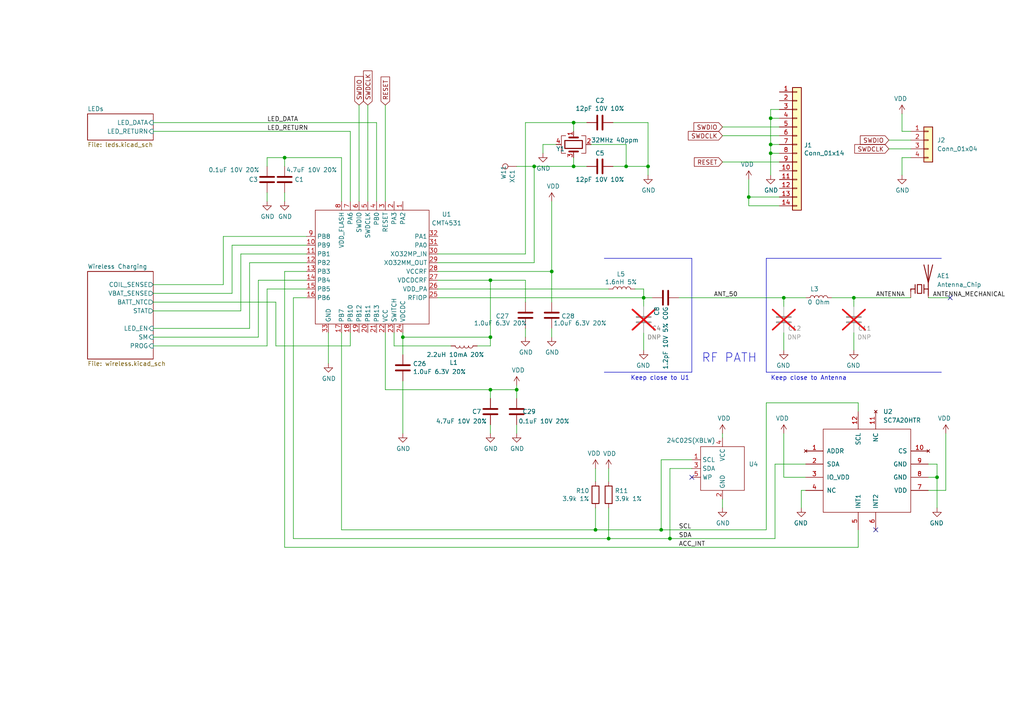
<source format=kicad_sch>
(kicad_sch (version 20250114) (generator "eeschema") (generator_version "9.0")
  (paper "A4")
  (title_block (title "Pixels D20 Schematic, Main") (date "2022-08-26") (rev "13") (company "Systemic Games, LLC") (comment 1 "Main MCU, Accelerometer and Radio"))
  (lib_symbols
    (symbol "Connector_Generic:Conn_01x04" (pin_names (offset 1.016) (hide yes))
      (property "Reference" "J" (at 0 5.08 0))
      (property "Value" "Conn_01x04" (at 0 -7.62 0))
      (symbol "Conn_01x04_1_1"
        (rectangle (start -1.27 3.81) (end 1.27 -6.35) (stroke (width 0.254)) (fill (type background)))
        (rectangle (start -1.27 2.667) (end 0 2.413) (stroke (width 0.1524)))
        (rectangle (start -1.27 0.127) (end 0 -0.127) (stroke (width 0.1524)))
        (rectangle (start -1.27 -2.413) (end 0 -2.667) (stroke (width 0.1524)))
        (rectangle (start -1.27 -4.953) (end 0 -5.207) (stroke (width 0.1524)))
        (pin passive line (at -5.08 2.54 0) (length 3.81) (name "Pin_1") (number "1"))
        (pin passive line (at -5.08 0 0) (length 3.81) (name "Pin_2") (number "2"))
        (pin passive line (at -5.08 -2.54 0) (length 3.81) (name "Pin_3") (number "3"))
        (pin passive line (at -5.08 -5.08 0) (length 3.81) (name "Pin_4") (number "4"))
      )
    )
    (symbol "Connector_Generic:Conn_01x14" (pin_names (offset 1.016) (hide yes))
      (property "Reference" "J" (at 0 17.78 0))
      (property "Value" "Conn_01x14" (at 0 -20.32 0))
      (symbol "Conn_01x14_1_1"
        (rectangle (start -1.27 16.51) (end 1.27 -19.05) (stroke (width 0.254)) (fill (type background)))
        (rectangle (start -1.27 15.367) (end 0 15.113) (stroke (width 0.1524)))
        (rectangle (start -1.27 12.827) (end 0 12.573) (stroke (width 0.1524)))
        (rectangle (start -1.27 10.287) (end 0 10.033) (stroke (width 0.1524)))
        (rectangle (start -1.27 7.747) (end 0 7.493) (stroke (width 0.1524)))
        (rectangle (start -1.27 5.207) (end 0 4.953) (stroke (width 0.1524)))
        (rectangle (start -1.27 2.667) (end 0 2.413) (stroke (width 0.1524)))
        (rectangle (start -1.27 0.127) (end 0 -0.127) (stroke (width 0.1524)))
        (rectangle (start -1.27 -2.413) (end 0 -2.667) (stroke (width 0.1524)))
        (rectangle (start -1.27 -4.953) (end 0 -5.207) (stroke (width 0.1524)))
        (rectangle (start -1.27 -7.493) (end 0 -7.747) (stroke (width 0.1524)))
        (rectangle (start -1.27 -10.033) (end 0 -10.287) (stroke (width 0.1524)))
        (rectangle (start -1.27 -12.573) (end 0 -12.827) (stroke (width 0.1524)))
        (rectangle (start -1.27 -15.113) (end 0 -15.367) (stroke (width 0.1524)))
        (rectangle (start -1.27 -17.653) (end 0 -17.907) (stroke (width 0.1524)))
        (pin passive line (at -5.08 15.24 0) (length 3.81) (name "Pin_1") (number "1"))
        (pin passive line (at -5.08 12.7 0) (length 3.81) (name "Pin_2") (number "2"))
        (pin passive line (at -5.08 10.16 0) (length 3.81) (name "Pin_3") (number "3"))
        (pin passive line (at -5.08 7.62 0) (length 3.81) (name "Pin_4") (number "4"))
        (pin passive line (at -5.08 5.08 0) (length 3.81) (name "Pin_5") (number "5"))
        (pin passive line (at -5.08 2.54 0) (length 3.81) (name "Pin_6") (number "6"))
        (pin passive line (at -5.08 0 0) (length 3.81) (name "Pin_7") (number "7"))
        (pin passive line (at -5.08 -2.54 0) (length 3.81) (name "Pin_8") (number "8"))
        (pin passive line (at -5.08 -5.08 0) (length 3.81) (name "Pin_9") (number "9"))
        (pin passive line (at -5.08 -7.62 0) (length 3.81) (name "Pin_10") (number "10"))
        (pin passive line (at -5.08 -10.16 0) (length 3.81) (name "Pin_11") (number "11"))
        (pin passive line (at -5.08 -12.7 0) (length 3.81) (name "Pin_12") (number "12"))
        (pin passive line (at -5.08 -15.24 0) (length 3.81) (name "Pin_13") (number "13"))
        (pin passive line (at -5.08 -17.78 0) (length 3.81) (name "Pin_14") (number "14"))
      )
    )
    (symbol "Device:Antenna_Chip" (pin_numbers (hide yes)) (pin_names (offset 1.016) (hide yes))
      (property "Reference" "AE" (at 0 5.08 0))
      (property "Value" "Antenna_Chip" (at 0 3.175 0))
      (symbol "Antenna_Chip_0_1"
        (polyline (pts (xy -2.54 0) (xy -2.54 -0.635)) (stroke (width 0.254)))
        (polyline (pts (xy -2.54 0) (xy -1.27 0)) (stroke (width 0.254)))
        (polyline (pts (xy -1.27 1.27) (xy -1.27 -1.27) (xy -1.27 0)) (stroke (width 0.254)))
        (polyline (pts (xy -0.635 1.27) (xy 0.635 1.27) (xy 0.635 -1.27) (xy -0.635 -1.27) (xy -0.635 1.27)) (stroke (width 0.254)))
        (polyline (pts (xy 1.27 1.27) (xy 1.27 -1.27)) (stroke (width 0.254)))
        (polyline (pts (xy 1.27 0) (xy 2.54 0)) (stroke (width 0.254)))
        (polyline (pts (xy 2.54 6.985) (xy 2.54 -1.905)) (stroke (width 0.254)))
        (polyline (pts (xy 2.54 -0.635) (xy 2.54 0)))
        (polyline (pts (xy 3.81 6.985) (xy 2.54 1.905) (xy 1.27 6.985)) (stroke (width 0.254)))
      )
      (symbol "Antenna_Chip_1_1"
        (pin input line (at -2.54 -2.54 90) (length 2.54) (name "FEED") (number "1"))
        (pin passive line (at 2.54 -2.54 90) (length 2.54) (name "PCB_Trace") (number "2"))
      )
    )
    (symbol "Device:C" (pin_numbers (hide yes)) (pin_names (offset 0.254))
      (property "Reference" "C" (at 0.635 2.54 0))
      (property "Value" "C" (at 0.635 -2.54 0))
      (symbol "C_0_1"
        (polyline (pts (xy -2.032 0.762) (xy 2.032 0.762)) (stroke (width 0.508)))
        (polyline (pts (xy -2.032 -0.762) (xy 2.032 -0.762)) (stroke (width 0.508)))
      )
      (symbol "C_1_1"
        (pin passive line (at 0 3.81 270) (length 2.794) (name "~") (number "1"))
        (pin passive line (at 0 -3.81 90) (length 2.794) (name "~") (number "2"))
      )
    )
    (symbol "Device:Crystal_GND24" (pin_names (offset 1.016) (hide yes))
      (property "Reference" "Y" (at 3.175 5.08 0))
      (property "Value" "Crystal_GND24" (at 3.175 3.175 0))
      (symbol "Crystal_GND24_0_1"
        (polyline (pts (xy -2.54 2.286) (xy -2.54 3.556) (xy 2.54 3.556) (xy 2.54 2.286)))
        (polyline (pts (xy -2.54 0) (xy -2.032 0)))
        (polyline (pts (xy -2.54 -2.286) (xy -2.54 -3.556) (xy 2.54 -3.556) (xy 2.54 -2.286)))
        (polyline (pts (xy -2.032 -1.27) (xy -2.032 1.27)) (stroke (width 0.508)))
        (rectangle (start -1.143 2.54) (end 1.143 -2.54) (stroke (width 0.3048)))
        (polyline (pts (xy 0 3.556) (xy 0 3.81)))
        (polyline (pts (xy 0 -3.81) (xy 0 -3.556)))
        (polyline (pts (xy 2.032 0) (xy 2.54 0)))
        (polyline (pts (xy 2.032 -1.27) (xy 2.032 1.27)) (stroke (width 0.508)))
      )
      (symbol "Crystal_GND24_1_1"
        (pin passive line (at -3.81 0 0) (length 1.27) (name "1") (number "1"))
        (pin passive line (at 0 5.08 270) (length 1.27) (name "2") (number "2"))
        (pin passive line (at 0 -5.08 90) (length 1.27) (name "4") (number "4"))
        (pin passive line (at 3.81 0 180) (length 1.27) (name "3") (number "3"))
      )
    )
    (symbol "Device:L" (pin_numbers (hide yes)) (pin_names (offset 1.016) (hide yes))
      (property "Reference" "L" (at -1.27 0 90))
      (property "Value" "L" (at 1.905 0 90))
      (symbol "L_0_1"
        (arc (start 0 2.54) (mid 0.6323 1.905) (end 0 1.27))
        (arc (start 0 1.27) (mid 0.6323 0.635) (end 0 0))
        (arc (start 0 0) (mid 0.6323 -0.635) (end 0 -1.27))
        (arc (start 0 -1.27) (mid 0.6323 -1.905) (end 0 -2.54))
      )
      (symbol "L_1_1"
        (pin passive line (at 0 3.81 270) (length 1.27) (name "1") (number "1"))
        (pin passive line (at 0 -3.81 90) (length 1.27) (name "2") (number "2"))
      )
    )
    (symbol "Device:R" (pin_numbers (hide yes)) (pin_names (offset 0))
      (property "Reference" "R" (at 2.032 0 90))
      (property "Value" "R" (at 0 0 90))
      (symbol "R_0_1"
        (rectangle (start -1.016 -2.54) (end 1.016 2.54) (stroke (width 0.254)))
      )
      (symbol "R_1_1"
        (pin passive line (at 0 3.81 270) (length 1.27) (name "~") (number "1"))
        (pin passive line (at 0 -3.81 90) (length 1.27) (name "~") (number "2"))
      )
    )
    (symbol "Pixels-dice:24C02S(XBLW)"
      (property "Reference" "U" (at 2.794 -8.89 0))
      (property "Value" "24C02S(XBLW)" (at 0 0 0))
      (symbol "24C02S(XBLW)_0_1"
        (rectangle (start -6.35 6.35) (end 6.35 -6.35))
      )
      (symbol "24C02S(XBLW)_1_1"
        (pin input line (at -8.89 2.54 0) (length 2.54) (name "SCL") (number "1"))
        (pin bidirectional line (at -8.89 0 0) (length 2.54) (name "SDA") (number "3"))
        (pin input line (at -8.89 -2.54 0) (length 2.54) (name "WP") (number "5"))
        (pin power_in line (at 0 8.89 270) (length 2.54) (name "VCC") (number "4"))
        (pin power_in line (at 0 -8.89 90) (length 2.54) (name "GND") (number "2"))
      )
    )
    (symbol "Pixels-dice:CMT4531"
      (property "Reference" "U" (at -5.08 8.89 0))
      (property "Value" "CMT4531" (at 0 0 0))
      (symbol "CMT4531_0_1"
        (rectangle (start -16.51 16.51) (end 16.51 -16.51))
      )
      (symbol "CMT4531_1_1"
        (pin bidirectional line (at -19.05 8.89 0) (length 2.54) (name "PA2") (number "1"))
        (pin bidirectional line (at -19.05 6.35 0) (length 2.54) (name "PA3") (number "2"))
        (pin input line (at -19.05 3.81 0) (length 2.54) (name "RESET") (number "3"))
        (pin bidirectional line (at -19.05 1.27 0) (length 2.54) (name "PB0") (number "4"))
        (pin input line (at -19.05 -1.27 0) (length 2.54) (name "SWDCLK") (number "5"))
        (pin bidirectional line (at -19.05 -3.81 0) (length 2.54) (name "SWDIO") (number "6"))
        (pin bidirectional line (at -19.05 -6.35 0) (length 2.54) (name "PA6") (number "7"))
        (pin power_in line (at -19.05 -8.89 0) (length 2.54) (name "VDD_FLASH") (number "8"))
        (pin bidirectional line (at -8.89 19.05 270) (length 2.54) (name "PA1") (number "32"))
        (pin bidirectional line (at -8.89 -19.05 90) (length 2.54) (name "PB8") (number "9"))
        (pin bidirectional line (at -6.35 19.05 270) (length 2.54) (name "PA0") (number "31"))
        (pin bidirectional line (at -6.35 -19.05 90) (length 2.54) (name "PB9") (number "10"))
        (pin input line (at -3.81 19.05 270) (length 2.54) (name "XO32MP_IN") (number "30"))
        (pin bidirectional line (at -3.81 -19.05 90) (length 2.54) (name "PB1") (number "11"))
        (pin output line (at -1.27 19.05 270) (length 2.54) (name "XO32MM_OUT") (number "29"))
        (pin bidirectional line (at -1.27 -19.05 90) (length 2.54) (name "PB2") (number "12"))
        (pin power_in line (at 1.27 19.05 270) (length 2.54) (name "VCCRF") (number "28"))
        (pin bidirectional line (at 1.27 -19.05 90) (length 2.54) (name "PB3") (number "13"))
        (pin power_in line (at 3.81 19.05 270) (length 2.54) (name "VDCDCRF") (number "27"))
        (pin bidirectional line (at 3.81 -19.05 90) (length 2.54) (name "PB4") (number "14"))
        (pin power_in line (at 6.35 19.05 270) (length 2.54) (name "VDD_PA") (number "26"))
        (pin bidirectional line (at 6.35 -19.05 90) (length 2.54) (name "PB5") (number "15"))
        (pin output line (at 8.89 19.05 270) (length 2.54) (name "RFIOP") (number "25"))
        (pin bidirectional line (at 8.89 -19.05 90) (length 2.54) (name "PB6") (number "16"))
        (pin power_in line (at 19.05 8.89 180) (length 2.54) (name "VDCDC") (number "24"))
        (pin power_in line (at 19.05 6.35 180) (length 2.54) (name "SWITCH") (number "23"))
        (pin power_in line (at 19.05 3.81 180) (length 2.54) (name "VCC") (number "22"))
        (pin bidirectional line (at 19.05 1.27 180) (length 2.54) (name "PB13") (number "21"))
        (pin bidirectional line (at 19.05 -1.27 180) (length 2.54) (name "PB11") (number "20"))
        (pin bidirectional line (at 19.05 -3.81 180) (length 2.54) (name "PB12") (number "19"))
        (pin bidirectional line (at 19.05 -6.35 180) (length 2.54) (name "PB10") (number "18"))
        (pin bidirectional line (at 19.05 -8.89 180) (length 2.54) (name "PB7") (number "17"))
        (pin power_in line (at 19.05 -12.7 180) (length 2.54) (name "GND") (number "33"))
      )
    )
    (symbol "Pixels-dice:SC7A20HTR" (pin_names (offset 1.016))
      (property "Reference" "U" (at 10.16 -12.7 0))
      (property "Value" "SC7A20HTR" (at 8.89 13.97 0))
      (symbol "SC7A20HTR_0_1"
        (rectangle (start -12.7 12.7) (end 12.7 -11.43))
      )
      (symbol "SC7A20HTR_1_1"
        (pin no_connect line (at -17.78 6.35 0) (length 5.08) (name "ADDR") (number "1"))
        (pin bidirectional line (at -17.78 2.54 0) (length 5.08) (name "SDA") (number "2"))
        (pin power_in line (at -17.78 -1.27 0) (length 5.08) (name "IO_VDD") (number "3"))
        (pin input line (at -17.78 -5.08 0) (length 5.08) (name "NC") (number "4"))
        (pin input line (at -2.54 17.78 270) (length 5.08) (name "SCL") (number "12"))
        (pin output line (at -2.54 -16.51 90) (length 5.08) (name "INT1") (number "5"))
        (pin no_connect line (at 2.54 17.78 270) (length 5.08) (name "NC") (number "11"))
        (pin output line (at 2.54 -16.51 90) (length 5.08) (name "INT2") (number "6"))
        (pin no_connect line (at 17.78 6.35 180) (length 5.08) (name "CS") (number "10"))
        (pin power_in line (at 17.78 2.54 180) (length 5.08) (name "GND") (number "9"))
        (pin power_in line (at 17.78 -1.27 180) (length 5.08) (name "GND") (number "8"))
        (pin power_in line (at 17.78 -5.08 180) (length 5.08) (name "VDD") (number "7"))
      )
    )
    (symbol "Pixels-dice:TEST_1P-conn" (pin_numbers (hide yes)) (pin_names (offset 0.762) (hide yes))
      (property "Reference" "W" (at 0 6.858 0))
      (property "Value" "TEST_1P-conn" (at 0 5.08 0))
      (symbol "TEST_1P-conn_0_1"
        (circle (center 0 3.302) (radius 0.762))
      )
      (symbol "TEST_1P-conn_1_1"
        (pin passive line (at 0 0 90) (length 2.54) (name "1") (number "1"))
      )
    )
    (symbol "power:GND" (power) (pin_names (offset 0))
      (property "Value" "GND" (at 0 -3.81 0))
      (symbol "GND_0_1"
        (polyline (pts (xy 0 0) (xy 0 -1.27) (xy 1.27 -1.27) (xy 0 -2.54) (xy -1.27 -1.27) (xy 0 -1.27)))
      )
      (symbol "GND_1_1"
        (pin power_in line (at 0 0 270) (length 0) (hide yes) (name "GND") (number "1"))
      )
    )
    (symbol "power:VDD" (power) (pin_names (offset 0))
      (property "Value" "VDD" (at 0 3.81 0))
      (symbol "VDD_0_1"
        (polyline (pts (xy -0.762 1.27) (xy 0 2.54)))
        (polyline (pts (xy 0 2.54) (xy 0.762 1.27)))
        (polyline (pts (xy 0 0) (xy 0 2.54)))
      )
      (symbol "VDD_1_1"
        (pin power_in line (at 0 0 90) (length 0) (hide yes) (name "VDD") (number "1"))
      )
    )
  )
  (text "RF PATH" (at 203.454 105.41 0) (effects (font (size 2.54 2.54)) (justify left bottom)))
  (text "Keep close to Antenna" (at 223.52 110.49 0) (effects (font (size 1.27 1.27)) (justify left bottom)))
  (text "Keep close to U1" (at 182.88 110.49 0) (effects (font (size 1.27 1.27)) (justify left bottom)))
  (junction (at 181.61 48.26))
  (junction (at 116.84 97.79))
  (junction (at 176.53 156.21))
  (junction (at 166.37 48.26))
  (junction (at 223.52 41.91))
  (junction (at 82.55 45.72))
  (junction (at 227.33 86.36))
  (junction (at 223.52 34.29))
  (junction (at 172.72 153.67))
  (junction (at 186.69 86.36))
  (junction (at 191.77 153.67))
  (junction (at 247.65 86.36))
  (junction (at 187.96 48.26))
  (junction (at 194.31 156.21))
  (junction (at 217.17 57.15))
  (junction (at 149.86 113.03))
  (junction (at 142.24 81.28))
  (junction (at 142.24 113.03))
  (junction (at 223.52 44.45))
  (junction (at 271.78 138.43))
  (junction (at 154.94 48.26))
  (junction (at 166.37 35.56))
  (junction (at 142.24 97.79))
  (junction (at 160.02 78.74))
  (no_connect (at 275.59 86.36))
  (no_connect (at 200.66 138.43))
  (no_connect (at 254 153.67))
  (wire (pts (xy 160.02 78.74) (xy 160.02 87.63)))
  (wire (pts (xy 88.9 86.36) (xy 85.09 86.36)))
  (wire (pts (xy 209.55 46.99) (xy 226.06 46.99)))
  (wire (pts (xy 82.55 158.75) (xy 248.92 158.75)))
  (wire (pts (xy 116.84 110.49) (xy 116.84 125.73)))
  (wire (pts (xy 181.61 41.91) (xy 181.61 48.26)))
  (wire (pts (xy 149.86 48.26) (xy 154.94 48.26)))
  (wire (pts (xy 154.94 76.2) (xy 154.94 48.26)))
  (wire (pts (xy 177.8 48.26) (xy 181.61 48.26)))
  (wire (pts (xy 127 76.2) (xy 154.94 76.2)))
  (wire (pts (xy 85.09 156.21) (xy 176.53 156.21)))
  (wire (pts (xy 82.55 45.72) (xy 99.06 45.72)))
  (wire (pts (xy 223.52 31.75) (xy 223.52 34.29)))
  (wire (pts (xy 142.24 113.03) (xy 149.86 113.03)))
  (polyline (pts (xy 222.25 74.93) (xy 222.25 107.95)))
  (wire (pts (xy 187.96 35.56) (xy 187.96 48.26)))
  (wire (pts (xy 95.25 96.52) (xy 95.25 105.41)))
  (wire (pts (xy 142.24 81.28) (xy 142.24 97.79)))
  (wire (pts (xy 99.06 153.67) (xy 172.72 153.67)))
  (wire (pts (xy 166.37 35.56) (xy 170.18 35.56)))
  (wire (pts (xy 217.17 57.15) (xy 217.17 59.69)))
  (wire (pts (xy 226.06 57.15) (xy 217.17 57.15)))
  (wire (pts (xy 194.31 156.21) (xy 224.79 156.21)))
  (polyline (pts (xy 222.25 107.95) (xy 273.05 107.95)))
  (wire (pts (xy 116.84 97.79) (xy 142.24 97.79)))
  (wire (pts (xy 127 81.28) (xy 142.24 81.28)))
  (wire (pts (xy 116.84 96.52) (xy 116.84 97.79)))
  (wire (pts (xy 226.06 44.45) (xy 223.52 44.45)))
  (wire (pts (xy 67.31 85.09) (xy 44.45 85.09)))
  (wire (pts (xy 160.02 95.25) (xy 160.02 97.79)))
  (wire (pts (xy 44.45 95.25) (xy 72.39 95.25)))
  (wire (pts (xy 149.86 123.19) (xy 149.86 125.73)))
  (wire (pts (xy 82.55 55.88) (xy 82.55 58.42)))
  (wire (pts (xy 72.39 95.25) (xy 72.39 76.2)))
  (wire (pts (xy 77.47 48.26) (xy 77.47 45.72)))
  (wire (pts (xy 186.69 86.36) (xy 189.23 86.36)))
  (wire (pts (xy 152.4 73.66) (xy 152.4 35.56)))
  (wire (pts (xy 172.72 153.67) (xy 191.77 153.67)))
  (wire (pts (xy 226.06 34.29) (xy 223.52 34.29)))
  (wire (pts (xy 130.81 100.33) (xy 114.3 100.33)))
  (wire (pts (xy 44.45 100.33) (xy 77.47 100.33)))
  (wire (pts (xy 248.92 116.84) (xy 222.25 116.84)))
  (wire (pts (xy 142.24 115.57) (xy 142.24 113.03)))
  (wire (pts (xy 248.92 119.38) (xy 248.92 116.84)))
  (wire (pts (xy 161.29 41.91) (xy 157.48 41.91)))
  (wire (pts (xy 191.77 153.67) (xy 222.25 153.67)))
  (wire (pts (xy 127 73.66) (xy 152.4 73.66)))
  (wire (pts (xy 257.81 43.18) (xy 264.16 43.18)))
  (wire (pts (xy 114.3 100.33) (xy 114.3 96.52)))
  (wire (pts (xy 44.45 90.17) (xy 69.85 90.17)))
  (wire (pts (xy 232.41 142.24) (xy 232.41 147.32)))
  (wire (pts (xy 74.93 97.79) (xy 74.93 81.28)))
  (wire (pts (xy 269.24 138.43) (xy 271.78 138.43)))
  (wire (pts (xy 209.55 144.78) (xy 209.55 147.32)))
  (wire (pts (xy 209.55 39.37) (xy 226.06 39.37)))
  (wire (pts (xy 127 83.82) (xy 176.53 83.82)))
  (wire (pts (xy 227.33 86.36) (xy 227.33 88.9)))
  (wire (pts (xy 142.24 81.28) (xy 152.4 81.28)))
  (wire (pts (xy 85.09 86.36) (xy 85.09 156.21)))
  (wire (pts (xy 72.39 76.2) (xy 88.9 76.2)))
  (wire (pts (xy 99.06 96.52) (xy 99.06 153.67)))
  (wire (pts (xy 44.45 35.56) (xy 109.22 35.56)))
  (wire (pts (xy 127 86.36) (xy 186.69 86.36)))
  (wire (pts (xy 88.9 71.12) (xy 67.31 71.12)))
  (wire (pts (xy 111.76 113.03) (xy 111.76 96.52)))
  (wire (pts (xy 177.8 35.56) (xy 187.96 35.56)))
  (wire (pts (xy 176.53 147.32) (xy 176.53 156.21)))
  (polyline (pts (xy 175.26 107.95) (xy 200.66 107.95)))
  (wire (pts (xy 274.32 142.24) (xy 269.24 142.24)))
  (wire (pts (xy 154.94 48.26) (xy 166.37 48.26)))
  (wire (pts (xy 247.65 101.6) (xy 247.65 96.52)))
  (wire (pts (xy 172.72 147.32) (xy 172.72 153.67)))
  (wire (pts (xy 209.55 36.83) (xy 226.06 36.83)))
  (wire (pts (xy 227.33 86.36) (xy 233.68 86.36)))
  (wire (pts (xy 138.43 100.33) (xy 142.24 100.33)))
  (wire (pts (xy 233.68 134.62) (xy 224.79 134.62)))
  (wire (pts (xy 248.92 153.67) (xy 248.92 158.75)))
  (polyline (pts (xy 200.66 74.93) (xy 200.66 107.95)))
  (wire (pts (xy 166.37 48.26) (xy 170.18 48.26)))
  (wire (pts (xy 196.85 86.36) (xy 227.33 86.36)))
  (wire (pts (xy 261.62 33.02) (xy 261.62 38.1)))
  (wire (pts (xy 186.69 96.52) (xy 186.69 101.6)))
  (wire (pts (xy 88.9 78.74) (xy 82.55 78.74)))
  (wire (pts (xy 142.24 123.19) (xy 142.24 125.73)))
  (wire (pts (xy 80.01 100.33) (xy 80.01 87.63)))
  (wire (pts (xy 176.53 135.89) (xy 176.53 139.7)))
  (wire (pts (xy 194.31 135.89) (xy 194.31 156.21)))
  (wire (pts (xy 186.69 83.82) (xy 186.69 86.36)))
  (wire (pts (xy 149.86 115.57) (xy 149.86 113.03)))
  (wire (pts (xy 152.4 35.56) (xy 166.37 35.56)))
  (wire (pts (xy 116.84 97.79) (xy 116.84 102.87)))
  (wire (pts (xy 176.53 156.21) (xy 194.31 156.21)))
  (wire (pts (xy 82.55 48.26) (xy 82.55 45.72)))
  (wire (pts (xy 241.3 86.36) (xy 247.65 86.36)))
  (wire (pts (xy 64.77 68.58) (xy 64.77 82.55)))
  (wire (pts (xy 200.66 135.89) (xy 194.31 135.89)))
  (wire (pts (xy 232.41 142.24) (xy 233.68 142.24)))
  (wire (pts (xy 217.17 52.07) (xy 217.17 57.15)))
  (wire (pts (xy 77.47 100.33) (xy 77.47 83.82)))
  (wire (pts (xy 233.68 138.43) (xy 227.33 138.43)))
  (wire (pts (xy 99.06 45.72) (xy 99.06 58.42)))
  (wire (pts (xy 44.45 97.79) (xy 74.93 97.79)))
  (wire (pts (xy 271.78 138.43) (xy 271.78 147.32)))
  (wire (pts (xy 227.33 101.6) (xy 227.33 96.52)))
  (wire (pts (xy 227.33 125.73) (xy 227.33 138.43)))
  (wire (pts (xy 149.86 111.76) (xy 149.86 113.03)))
  (wire (pts (xy 261.62 38.1) (xy 264.16 38.1)))
  (wire (pts (xy 69.85 90.17) (xy 69.85 73.66)))
  (wire (pts (xy 44.45 38.1) (xy 101.6 38.1)))
  (wire (pts (xy 186.69 86.36) (xy 186.69 88.9)))
  (wire (pts (xy 74.93 81.28) (xy 88.9 81.28)))
  (wire (pts (xy 223.52 44.45) (xy 223.52 50.8)))
  (wire (pts (xy 171.45 41.91) (xy 181.61 41.91)))
  (polyline (pts (xy 175.26 74.93) (xy 200.66 74.93)))
  (wire (pts (xy 224.79 134.62) (xy 224.79 156.21)))
  (wire (pts (xy 271.78 134.62) (xy 271.78 138.43)))
  (wire (pts (xy 226.06 41.91) (xy 223.52 41.91)))
  (wire (pts (xy 106.68 30.48) (xy 106.68 58.42)))
  (wire (pts (xy 200.66 133.35) (xy 191.77 133.35)))
  (wire (pts (xy 111.76 113.03) (xy 142.24 113.03)))
  (polyline (pts (xy 222.25 74.93) (xy 273.05 74.93)))
  (wire (pts (xy 269.24 134.62) (xy 271.78 134.62)))
  (wire (pts (xy 77.47 55.88) (xy 77.47 58.42)))
  (wire (pts (xy 67.31 71.12) (xy 67.31 85.09)))
  (wire (pts (xy 152.4 81.28) (xy 152.4 87.63)))
  (wire (pts (xy 77.47 45.72) (xy 82.55 45.72)))
  (wire (pts (xy 64.77 82.55) (xy 44.45 82.55)))
  (wire (pts (xy 82.55 78.74) (xy 82.55 158.75)))
  (wire (pts (xy 64.77 68.58) (xy 88.9 68.58)))
  (wire (pts (xy 223.52 41.91) (xy 223.52 44.45)))
  (wire (pts (xy 101.6 100.33) (xy 80.01 100.33)))
  (wire (pts (xy 172.72 135.89) (xy 172.72 139.7)))
  (wire (pts (xy 261.62 45.72) (xy 261.62 50.8)))
  (wire (pts (xy 184.15 83.82) (xy 186.69 83.82)))
  (wire (pts (xy 274.32 125.73) (xy 274.32 142.24)))
  (wire (pts (xy 109.22 58.42) (xy 109.22 35.56)))
  (wire (pts (xy 181.61 48.26) (xy 187.96 48.26)))
  (wire (pts (xy 101.6 58.42) (xy 101.6 38.1)))
  (wire (pts (xy 247.65 86.36) (xy 264.16 86.36)))
  (wire (pts (xy 223.52 31.75) (xy 226.06 31.75)))
  (wire (pts (xy 77.47 83.82) (xy 88.9 83.82)))
  (wire (pts (xy 111.76 30.48) (xy 111.76 58.42)))
  (wire (pts (xy 101.6 96.52) (xy 101.6 100.33)))
  (wire (pts (xy 191.77 133.35) (xy 191.77 153.67)))
  (wire (pts (xy 223.52 34.29) (xy 223.52 41.91)))
  (wire (pts (xy 157.48 41.91) (xy 157.48 44.45)))
  (wire (pts (xy 69.85 73.66) (xy 88.9 73.66)))
  (wire (pts (xy 261.62 45.72) (xy 264.16 45.72)))
  (wire (pts (xy 187.96 48.26) (xy 187.96 50.8)))
  (wire (pts (xy 166.37 45.72) (xy 166.37 48.26)))
  (wire (pts (xy 166.37 38.1) (xy 166.37 35.56)))
  (wire (pts (xy 269.24 86.36) (xy 275.59 86.36)))
  (wire (pts (xy 127 78.74) (xy 160.02 78.74)))
  (wire (pts (xy 80.01 87.63) (xy 44.45 87.63)))
  (wire (pts (xy 222.25 116.84) (xy 222.25 153.67)))
  (wire (pts (xy 217.17 59.69) (xy 226.06 59.69)))
  (wire (pts (xy 247.65 86.36) (xy 247.65 88.9)))
  (wire (pts (xy 142.24 100.33) (xy 142.24 97.79)))
  (wire (pts (xy 257.81 40.64) (xy 264.16 40.64)))
  (wire (pts (xy 104.14 30.48) (xy 104.14 58.42)))
  (wire (pts (xy 152.4 95.25) (xy 152.4 97.79)))
  (wire (pts (xy 160.02 58.42) (xy 160.02 78.74)))
  (wire (pts (xy 209.55 125.73) (xy 209.55 127)))
  (label "ANTENNA_MECHANICAL" (at 270.51 86.36 0))
  (label "ACC_INT" (at 196.85 158.75 0))
  (label "ANT_50" (at 207.01 86.36 0))
  (label "LED_DATA" (at 77.47 35.56 0))
  (label "SDA" (at 196.85 156.21 0))
  (label "ANTENNA" (at 254 86.36 0))
  (label "LED_RETURN" (at 77.47 38.1 0))
  (label "SCL" (at 196.85 153.67 0))
  (global_label "SWDCLK" (shape input) (at 257.81 43.18 180) (property "Intersheetrefs" "${INTERSHEET_REFS}" (effects (hide yes))))
  (global_label "SWDIO" (shape input) (at 104.14 30.48 90) (property "Intersheetrefs" "${INTERSHEET_REFS}" (effects (hide yes))))
  (global_label "SWDCLK" (shape input) (at 209.55 39.37 180) (property "Intersheetrefs" "${INTERSHEET_REFS}" (effects (hide yes))))
  (global_label "RESET" (shape input) (at 209.55 46.99 180) (property "Intersheetrefs" "${INTERSHEET_REFS}" (effects (hide yes))))
  (global_label "SWDCLK" (shape input) (at 106.68 30.48 90) (property "Intersheetrefs" "${INTERSHEET_REFS}" (effects (hide yes))))
  (global_label "RESET" (shape input) (at 111.76 30.48 90) (property "Intersheetrefs" "${INTERSHEET_REFS}" (effects (hide yes))))
  (global_label "SWDIO" (shape input) (at 209.55 36.83 180) (property "Intersheetrefs" "${INTERSHEET_REFS}" (effects (hide yes))))
  (global_label "SWDIO" (shape input) (at 257.81 40.64 180) (property "Intersheetrefs" "${INTERSHEET_REFS}" (effects (hide yes))))
  (symbol (lib_id "power:GND") (at 77.47 58.42 0) (unit 1)
    (property "Reference" "#PWR05" (effects (hide yes)))
    (property "Value" "GND" (at 77.597 62.8142 0))
  )
  (symbol (lib_id "Device:C") (at 77.47 52.07 0) (unit 1)
    (property "Reference" "C3" (at 72.136 52.07 0) (effects (justify left)))
    (property "Value" "0.1uF 10V 20%" (at 60.452 49.276 0) (effects (justify left)))
    (property "Footprint" "Capacitor_SMD:C_0201_0603Metric" (effects (hide yes)))
    (property "Generic OK" "YES" (effects (hide yes)))
    (property "Manufacturer" "HRE" (effects (hide yes)))
    (property "Part Number" "CGA0201X5R104K100ET" (effects (hide yes)))
  )
  (symbol (lib_id "Device:L") (at 134.62 100.33 270) (unit 1)
    (property "Reference" "L1" (at 131.572 105.156 90))
    (property "Value" "2.2uH 10mA 20%" (at 132.08 102.87 90))
    (property "Footprint" "Inductor_SMD:L_0402_1005Metric" (effects (hide yes)))
    (property "Generic OK" "YES" (effects (hide yes)))
    (property "Manufacturer" "HYHONGYEX" (effects (hide yes)))
    (property "Part Number" "EBLS1005-2R2K" (effects (hide yes)))
  )
  (symbol (lib_id "Device:C") (at 82.55 52.07 0) (mirror y) (unit 1)
    (property "Reference" "C1" (at 88.138 52.07 0) (effects (justify left)))
    (property "Value" "4.7uF 10V 20%" (at 97.79 49.276 0) (effects (justify left)))
    (property "Footprint" "Pixels-dice:C_0402_1005Metric" (effects (hide yes)))
    (property "Generic OK" "YES" (effects (hide yes)))
    (property "Manufacturer" "HRE" (effects (hide yes)))
    (property "Part Number" "CGA0402X5R475M100GT" (effects (hide yes)))
    (property "Alternate Manufacturer" "Samsung Electro-Mechanics" (effects (hide yes)))
    (property "Alternate PN" "CL05A475MP5NRNC" (effects (hide yes)))
    (property "Alternate LCSC Part #" "C23733" (effects (hide yes)))
  )
  (symbol (lib_id "Device:Crystal_GND24") (at 166.37 41.91 270) (unit 1)
    (property "Reference" "Y1" (at 161.29 43.18 90) (effects (justify left)))
    (property "Value" "32MHz 40ppm" (at 171.45 40.64 90) (effects (justify left)))
    (property "Footprint" "Pixels-dice:Crystal_SMD_2016-4Pin_2.0x1.6mm" (effects (hide yes)))
    (property "Generic OK" "YES" (effects (hide yes)))
    (property "Manufacturer" "TKD" (effects (hide yes)))
    (property "Part Number" "SX16Y032000B81T001" (effects (hide yes)))
    (property "Alternate Manufacturer" "TXC Corp" (effects (hide yes)))
    (property "Alternate PN" "8Q32000002" (effects (hide yes)))
    (property "Alternate LCSC Part #" "C5203640" (effects (hide yes)))
    (property "LCSC Part #" "C20623629" (effects (hide yes)))
  )
  (symbol (lib_id "Device:C") (at 173.99 35.56 270) (unit 1)
    (property "Reference" "C2" (at 173.99 29.1592 90))
    (property "Value" "12pF 10V 10%" (at 173.99 31.4706 90))
    (property "Footprint" "Capacitor_SMD:C_0201_0603Metric" (effects (hide yes)))
    (property "Generic OK" "YES" (effects (hide yes)))
    (property "Manufacturer" "FH (Guangdong Fenghua Advanced Tech)" (effects (hide yes)))
  )
  (symbol (lib_id "Device:C") (at 173.99 48.26 270) (unit 1)
    (property "Reference" "C5" (at 173.99 44.45 90))
    (property "Value" "12pF 10V 10%" (at 173.99 52.07 90))
    (property "Footprint" "Capacitor_SMD:C_0201_0603Metric" (effects (hide yes)))
    (property "Generic OK" "YES" (effects (hide yes)))
    (property "Manufacturer" "FH (Guangdong Fenghua Advanced Tech)" (effects (hide yes)))
  )
  (symbol (lib_id "power:GND") (at 187.96 50.8 0) (unit 1)
    (property "Reference" "#PWR09" (effects (hide yes)))
    (property "Value" "GND" (at 188.087 55.1942 0))
  )
  (symbol (lib_id "power:GND") (at 157.48 44.45 0) (unit 1)
    (property "Reference" "#PWR06" (effects (hide yes)))
    (property "Value" "GND" (at 157.607 48.8442 0))
  )
  (symbol (lib_id "power:GND") (at 261.62 50.8 0) (unit 1)
    (property "Reference" "#PWR024" (effects (hide yes)))
    (property "Value" "GND" (at 261.747 55.1942 0))
  )
  (symbol (lib_id "power:GND") (at 227.33 101.6 0) (mirror y) (unit 1)
    (property "Reference" "#PWR049" (effects (hide yes)))
    (property "Value" "GND" (at 227.203 105.9942 0))
  )
  (symbol (lib_id "power:GND") (at 160.02 97.79 0) (unit 1)
    (property "Reference" "#PWR04" (effects (hide yes)))
    (property "Value" "GND" (at 160.147 102.1842 0))
  )
  (symbol (lib_id "power:VDD") (at 227.33 125.73 0) (mirror y) (unit 1)
    (property "Reference" "#PWR044" (effects (hide yes)))
    (property "Value" "VDD" (at 226.8982 121.3358 0))
  )
  (symbol (lib_id "power:GND") (at 116.84 125.73 0) (unit 1)
    (property "Reference" "#PWR053" (effects (hide yes)))
    (property "Value" "GND" (at 116.967 130.1242 0))
  )
  (symbol (lib_id "Device:C") (at 193.04 86.36 270) (unit 1)
    (property "Reference" "C8" (at 190.5 88.9 0) (effects (justify left)))
    (property "Value" "1.2pF 10V 5% C0G" (at 193.04 88.9 0) (effects (justify left)))
    (property "Footprint" "Capacitor_SMD:C_0201_0603Metric" (effects (hide yes)))
    (property "Generic OK" "YES" (effects (hide yes)))
    (property "Pixels Part Number" "SMD-C004" (effects (hide yes)))
    (property "Manufacturer" "HRE" (effects (hide yes)))
    (property "Manufacturer Part Number" "GJM1555C1HR80BB01" (effects (hide yes)))
    (property "Part Number" "CSA0201C0G1R2C250ET " (effects (hide yes)))
  )
  (symbol (lib_id "power:VDD") (at 172.72 135.89 0) (mirror y) (unit 1)
    (property "Reference" "#PWR034" (effects (hide yes)))
    (property "Value" "VDD" (at 172.2882 131.4958 0))
  )
  (symbol (lib_id "power:GND") (at 142.24 125.73 0) (unit 1)
    (property "Reference" "#PWR08" (effects (hide yes)))
    (property "Value" "GND" (at 142.367 130.1242 0))
  )
  (symbol (lib_id "Device:R") (at 176.53 143.51 0) (unit 1)
    (property "Reference" "R11" (at 178.308 142.3416 0) (effects (justify left)))
    (property "Value" "3.9k 1%" (at 178.308 144.653 0) (effects (justify left)))
    (property "Footprint" "Resistor_SMD:R_0201_0603Metric" (effects (hide yes)))
    (property "Generic OK" "YES" (effects (hide yes)))
    (property "Manufacturer" "UNI-ROYAL(Uniroyal Elec)" (effects (hide yes)))
    (property "Part Number" "0201WMF3651TEE" (effects (hide yes)))
    (property "Alternate Manufacturer" "UNI-ROYAL(Uniroyal Elec)" (effects (hide yes)))
  )
  (symbol (lib_id "power:VDD") (at 176.53 135.89 0) (mirror y) (unit 1)
    (property "Reference" "#PWR036" (effects (hide yes)))
    (property "Value" "VDD" (at 176.784 131.572 0))
  )
  (symbol (lib_id "power:VDD") (at 274.32 125.73 0) (mirror y) (unit 1)
    (property "Reference" "#PWR062" (effects (hide yes)))
    (property "Value" "VDD" (at 273.8882 121.3358 0))
  )
  (symbol (lib_id "power:GND") (at 186.69 101.6 0) (mirror y) (unit 1)
    (property "Reference" "#PWR01" (effects (hide yes)))
    (property "Value" "GND" (at 186.563 105.9942 0))
  )
  (symbol (lib_id "Device:C") (at 152.4 91.44 0) (unit 1)
    (property "Reference" "C27" (at 143.764 91.694 0) (effects (justify left)))
    (property "Value" "1.0uF 6.3V 20%" (at 137.414 93.726 0) (effects (justify left)))
    (property "Footprint" "Capacitor_SMD:C_0201_0603Metric" (effects (hide yes)))
    (property "Generic OK" "YES" (effects (hide yes)))
    (property "Manufacturer" "HRE" (effects (hide yes)))
    (property "Part Number" "CGA0201X5R105M6R3ET" (effects (hide yes)))
  )
  (symbol (lib_id "power:VDD") (at 217.17 52.07 0) (mirror y) (unit 1)
    (property "Reference" "#PWR018" (effects (hide yes)))
    (property "Value" "VDD" (at 216.7382 47.6758 0))
  )
  (symbol (lib_id "Connector_Generic:Conn_01x14") (at 231.14 41.91 0) (unit 1) (in_bom no)
    (property "Reference" "J1" (at 233.172 42.1132 0) (effects (justify left)))
    (property "Value" "Conn_01x14" (at 233.172 44.4246 0) (effects (justify left)))
    (property "Footprint" "Pixels-dice:FPC_14" (effects (hide yes)))
    (property "Generic OK" "N/A" (effects (hide yes)))
  )
  (symbol (lib_id "Device:R") (at 172.72 143.51 0) (mirror y) (unit 1)
    (property "Reference" "R10" (at 170.942 142.3416 0) (effects (justify left)))
    (property "Value" "3.9k 1%" (at 170.942 144.653 0) (effects (justify left)))
    (property "Footprint" "Resistor_SMD:R_0201_0603Metric" (effects (hide yes)))
    (property "Generic OK" "YES" (effects (hide yes)))
    (property "Manufacturer" "UNI-ROYAL(Uniroyal Elec)" (effects (hide yes)))
    (property "Part Number" "0201WMF3651TEE" (effects (hide yes)))
    (property "Alternate Manufacturer" "UNI-ROYAL(Uniroyal Elec)" (effects (hide yes)))
  )
  (symbol (lib_id "power:GND") (at 232.41 147.32 0) (mirror y) (unit 1)
    (property "Reference" "#PWR075" (effects (hide yes)))
    (property "Value" "GND" (at 232.283 151.7142 0))
  )
  (symbol (lib_id "power:GND") (at 82.55 58.42 0) (unit 1)
    (property "Reference" "#PWR082" (effects (hide yes)))
    (property "Value" "GND" (at 82.677 62.8142 0))
  )
  (symbol (lib_id "power:GND") (at 223.52 50.8 0) (unit 1)
    (property "Reference" "#PWR056" (effects (hide yes)))
    (property "Value" "GND" (at 223.647 55.1942 0))
  )
  (symbol (lib_id "power:GND") (at 95.25 105.41 0) (unit 1)
    (property "Reference" "#PWR081" (effects (hide yes)))
    (property "Value" "GND" (at 95.377 109.8042 0))
  )
  (symbol (lib_id "Device:Antenna_Chip") (at 266.7 83.82 0) (unit 1)
    (property "Reference" "AE1" (at 271.78 80.0099 0) (effects (justify left)))
    (property "Value" "Antenna_Chip" (at 271.78 82.5499 0) (effects (justify left)))
    (property "Footprint" "Pixels-dice:CHIP_ANT" (effects (hide yes)))
    (property "Generic OK" "NO" (effects (hide yes)))
    (property "Manufacturer" "Microgate" (effects (hide yes)))
    (property "Part Number" "MGMA3216H2450-A02" (effects (hide yes)))
  )
  (symbol (lib_id "Connector_Generic:Conn_01x04") (at 269.24 40.64 0) (unit 1) (in_bom no)
    (property "Reference" "J2" (at 271.78 40.6399 0) (effects (justify left)))
    (property "Value" "Conn_01x04" (at 271.78 43.1799 0) (effects (justify left)))
    (property "Footprint" "Pixels-dice:FPC-POGO-4" (effects (hide yes)))
    (property "Generic OK" "N/A" (effects (hide yes)))
  )
  (symbol (lib_id "Device:C") (at 116.84 106.68 0) (unit 1)
    (property "Reference" "C26" (at 119.761 105.5116 0) (effects (justify left)))
    (property "Value" "1.0uF 6.3V 20%" (at 119.761 107.823 0) (effects (justify left)))
    (property "Footprint" "Capacitor_SMD:C_0201_0603Metric" (effects (hide yes)))
    (property "Generic OK" "YES" (effects (hide yes)))
    (property "Manufacturer" "HRE" (effects (hide yes)))
    (property "Part Number" "CGA0201X5R105M6R3ET" (effects (hide yes)))
  )
  (symbol (lib_id "Pixels-dice:CMT4531") (at 107.95 77.47 270) (unit 1)
    (property "Reference" "U1" (at 129.54 62.1598 90))
    (property "Value" "CMT4531" (at 129.54 64.6998 90))
    (property "Footprint" "Pixels-dice:QFN-32-1EP_4x4mm_P0.4mm_EP2.9x2.9mm" (effects (hide yes)))
  )
  (symbol (lib_id "Device:C") (at 227.33 92.71 0) (mirror y) (unit 1) (dnp yes)
    (property "Reference" "C12" (at 232.41 95.25 0) (effects (justify left)))
    (property "Value" "DNP" (at 232.41 97.79 0) (effects (justify left)))
    (property "Footprint" "Capacitor_SMD:C_0201_0603Metric" (effects (hide yes)))
    (property "Generic OK" "YES" (effects (hide yes)))
  )
  (symbol (lib_id "Device:L") (at 237.49 86.36 90) (unit 1)
    (property "Reference" "L3" (at 236.22 83.82 90))
    (property "Value" "0 Ohm" (at 237.49 87.63 90))
    (property "Footprint" "Inductor_SMD:L_0201_0603Metric" (effects (hide yes)))
    (property "Generic OK" "YES" (effects (hide yes)))
    (property "Manufacturer" "UNI-ROYAL(Uniroyal Elec) " (effects (hide yes)))
    (property "Part Number" "0201WMF0000TEE " (effects (hide yes)))
  )
  (symbol (lib_id "power:GND") (at 149.86 125.73 0) (unit 1)
    (property "Reference" "#PWR011" (effects (hide yes)))
    (property "Value" "GND" (at 149.987 130.1242 0))
  )
  (symbol (lib_id "power:VDD") (at 160.02 58.42 0) (unit 1)
    (property "Reference" "#PWR03" (effects (hide yes)))
    (property "Value" "VDD" (at 160.4518 54.0258 0))
  )
  (symbol (lib_id "Device:C") (at 247.65 92.71 0) (mirror y) (unit 1) (dnp yes)
    (property "Reference" "C11" (at 252.73 95.25 0) (effects (justify left)))
    (property "Value" "DNP" (at 252.73 97.79 0) (effects (justify left)))
    (property "Footprint" "Capacitor_SMD:C_0201_0603Metric" (effects (hide yes)))
    (property "Generic OK" "YES" (effects (hide yes)))
  )
  (symbol (lib_id "Pixels-dice:TEST_1P-conn") (at 149.86 48.26 90) (unit 1) (in_bom no)
    (property "Reference" "W11" (at 146.05 52.07 0) (effects (justify left)))
    (property "Value" "XC1" (at 148.59 53.086 0) (effects (justify left)))
    (property "Footprint" "Pixels-dice:TEST_PIN" (effects (hide yes)))
    (property "Generic OK" "N/A" (effects (hide yes)))
  )
  (symbol (lib_id "power:VDD") (at 261.62 33.02 0) (mirror y) (unit 1)
    (property "Reference" "#PWR030" (effects (hide yes)))
    (property "Value" "VDD" (at 261.1882 28.6258 0))
  )
  (symbol (lib_id "power:GND") (at 271.78 147.32 0) (mirror y) (unit 1)
    (property "Reference" "#PWR061" (effects (hide yes)))
    (property "Value" "GND" (at 271.653 151.7142 0))
  )
  (symbol (lib_id "power:GND") (at 209.55 147.32 0) (unit 1)
    (property "Reference" "#PWR023" (effects (hide yes)))
    (property "Value" "GND" (at 209.677 151.7142 0))
  )
  (symbol (lib_id "Device:C") (at 160.02 91.44 0) (unit 1)
    (property "Reference" "C28" (at 162.814 91.694 0) (effects (justify left)))
    (property "Value" "1.0uF 6.3V 20%" (at 160.528 93.726 0) (effects (justify left)))
    (property "Footprint" "Capacitor_SMD:C_0201_0603Metric" (effects (hide yes)))
    (property "Generic OK" "YES" (effects (hide yes)))
    (property "Manufacturer" "HRE" (effects (hide yes)))
    (property "Part Number" "CGA0201X5R105M6R3ET" (effects (hide yes)))
  )
  (symbol (lib_id "power:GND") (at 152.4 97.79 0) (unit 1)
    (property "Reference" "#PWR014" (effects (hide yes)))
    (property "Value" "GND" (at 152.527 102.1842 0))
  )
  (symbol (lib_id "power:VDD") (at 209.55 125.73 0) (unit 1)
    (property "Reference" "#PWR010" (effects (hide yes)))
    (property "Value" "VDD" (at 209.9818 121.3358 0))
  )
  (symbol (lib_id "Device:L") (at 180.34 83.82 90) (unit 1)
    (property "Reference" "L5" (at 180.086 79.502 90))
    (property "Value" "1.6nH 5%" (at 180.086 81.788 90))
    (property "Footprint" "Inductor_SMD:L_0201_0603Metric" (effects (hide yes)))
    (property "Generic OK" "YES" (effects (hide yes)))
    (property "Manufacturer" "FH " (effects (hide yes)))
  )
  (symbol (lib_id "Device:C") (at 149.86 119.38 0) (mirror y) (unit 1)
    (property "Reference" "C29" (at 155.448 119.38 0) (effects (justify left)))
    (property "Value" "4.7uF 10V 20%" (at 141.224 122.174 0) (effects (justify left)))
    (property "Footprint" "Pixels-dice:C_0402_1005Metric" (effects (hide yes)))
    (property "Generic OK" "YES" (effects (hide yes)))
    (property "Manufacturer" "HRE" (effects (hide yes)))
    (property "Part Number" "CGA0402X5R475M100GT" (effects (hide yes)))
    (property "Alternate Manufacturer" "Samsung Electro-Mechanics" (effects (hide yes)))
    (property "Alternate PN" "CL05A475MP5NRNC" (effects (hide yes)))
    (property "Alternate LCSC Part #" "C23733" (effects (hide yes)))
  )
  (symbol (lib_id "Pixels-dice:SC7A20HTR") (at 251.46 137.16 0) (unit 1)
    (property "Reference" "U2" (at 256.1433 119.38 0) (effects (justify left)))
    (property "Value" "SC7A20HTR" (at 256.1433 121.92 0) (effects (justify left)))
    (property "Footprint" "Package_LGA:LGA-12_2x2mm_P0.5mm" (effects (hide yes)))
    (property "LCSC Part Number" "C19274408" (effects (hide yes)))
    (property "Manufacturer" "Hangzhou Silan Microelectronics" (effects (hide yes)))
    (property "Part Number" "SC7A20HTR" (effects (hide yes)))
  )
  (symbol (lib_id "Device:C") (at 186.69 92.71 0) (mirror y) (unit 1) (dnp yes)
    (property "Reference" "C4" (at 191.77 95.25 0) (effects (justify left)))
    (property "Value" "DNP" (at 191.77 97.79 0) (effects (justify left)))
    (property "Footprint" "Capacitor_SMD:C_0201_0603Metric" (effects (hide yes)))
    (property "Generic OK" "YES" (effects (hide yes)))
  )
  (symbol (lib_id "power:GND") (at 247.65 101.6 0) (mirror y) (unit 1)
    (property "Reference" "#PWR035" (effects (hide yes)))
    (property "Value" "GND" (at 247.523 105.9942 0))
  )
  (symbol (lib_id "power:VDD") (at 149.86 111.76 0) (unit 1)
    (property "Reference" "#PWR012" (effects (hide yes)))
    (property "Value" "VDD" (at 150.2918 107.3658 0))
  )
  (symbol (lib_id "Device:C") (at 142.24 119.38 0) (unit 1)
    (property "Reference" "C7" (at 136.906 119.38 0) (effects (justify left)))
    (property "Value" "0.1uF 10V 20%" (at 150.368 122.174 0) (effects (justify left)))
    (property "Footprint" "Capacitor_SMD:C_0201_0603Metric" (effects (hide yes)))
    (property "Generic OK" "YES" (effects (hide yes)))
    (property "Manufacturer" "HRE" (effects (hide yes)))
    (property "Part Number" "CGA0201X5R104K100ET" (effects (hide yes)))
  )
  (symbol (lib_id "Pixels-dice:24C02S(XBLW)") (at 209.55 135.89 0) (unit 1)
    (property "Reference" "U4" (at 217.17 134.6199 0) (effects (justify left)))
    (property "Value" "24C02S(XBLW)" (at 193.294 127.762 0) (effects (justify left)))
    (property "Footprint" "Pixels-dice:SOT-23-5" (effects (hide yes)))
  )
  (sheet (at 25.4 33.02) (size 19.05 7.62) (stroke (width 0.1524))
    (property "Sheetname" "LEDs" (at 25.4 32.3084 0) (effects (justify left bottom)))
    (property "Sheetfile" "leds.kicad_sch" (at 25.4 41.2246 0) (effects (justify left top)))
    (pin "LED_DATA" input (at 44.45 35.56 0))
    (pin "LED_RETURN" input (at 44.45 38.1 0))
  )
  (sheet (at 25.4 78.74) (size 19.05 25.4) (stroke (width 0.1524))
    (property "Sheetname" "Wireless Charging" (at 25.4 78.0284 0) (effects (justify left bottom)))
    (property "Sheetfile" "wireless.kicad_sch" (at 25.4 104.7246 0) (effects (justify left top)))
    (pin "STAT" output (at 44.45 90.17 0))
    (pin "COIL_SENSE" output (at 44.45 82.55 0))
    (pin "VBAT_SENSE" output (at 44.45 85.09 0))
    (pin "SM" input (at 44.45 97.79 0))
    (pin "BATT_NTC" output (at 44.45 87.63 0))
    (pin "LED_EN" input (at 44.45 95.25 0))
    (pin "PROG" input (at 44.45 100.33 0))
  )
)
</source>
